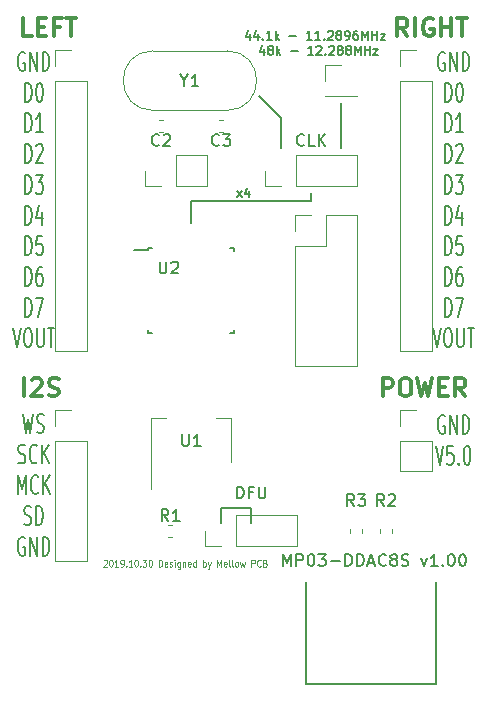
<source format=gbr>
G04 #@! TF.GenerationSoftware,KiCad,Pcbnew,(5.0.1-3-g963ef8bb5)*
G04 #@! TF.CreationDate,2019-11-01T03:39:26+09:00*
G04 #@! TF.ProjectId,DDAC8S,4444414338532E6B696361645F706362,rev?*
G04 #@! TF.SameCoordinates,Original*
G04 #@! TF.FileFunction,Legend,Top*
G04 #@! TF.FilePolarity,Positive*
%FSLAX46Y46*%
G04 Gerber Fmt 4.6, Leading zero omitted, Abs format (unit mm)*
G04 Created by KiCad (PCBNEW (5.0.1-3-g963ef8bb5)) date 2019 November 01, Friday 03:39:26*
%MOMM*%
%LPD*%
G01*
G04 APERTURE LIST*
%ADD10C,0.100000*%
%ADD11C,0.200000*%
%ADD12C,0.150000*%
%ADD13C,0.300000*%
%ADD14C,0.120000*%
G04 APERTURE END LIST*
D10*
X155147238Y-133332571D02*
X155171047Y-133304000D01*
X155218666Y-133275428D01*
X155337714Y-133275428D01*
X155385333Y-133304000D01*
X155409142Y-133332571D01*
X155432952Y-133389714D01*
X155432952Y-133446857D01*
X155409142Y-133532571D01*
X155123428Y-133875428D01*
X155432952Y-133875428D01*
X155742476Y-133275428D02*
X155790095Y-133275428D01*
X155837714Y-133304000D01*
X155861523Y-133332571D01*
X155885333Y-133389714D01*
X155909142Y-133504000D01*
X155909142Y-133646857D01*
X155885333Y-133761142D01*
X155861523Y-133818285D01*
X155837714Y-133846857D01*
X155790095Y-133875428D01*
X155742476Y-133875428D01*
X155694857Y-133846857D01*
X155671047Y-133818285D01*
X155647238Y-133761142D01*
X155623428Y-133646857D01*
X155623428Y-133504000D01*
X155647238Y-133389714D01*
X155671047Y-133332571D01*
X155694857Y-133304000D01*
X155742476Y-133275428D01*
X156385333Y-133875428D02*
X156099619Y-133875428D01*
X156242476Y-133875428D02*
X156242476Y-133275428D01*
X156194857Y-133361142D01*
X156147238Y-133418285D01*
X156099619Y-133446857D01*
X156623428Y-133875428D02*
X156718666Y-133875428D01*
X156766285Y-133846857D01*
X156790095Y-133818285D01*
X156837714Y-133732571D01*
X156861523Y-133618285D01*
X156861523Y-133389714D01*
X156837714Y-133332571D01*
X156813904Y-133304000D01*
X156766285Y-133275428D01*
X156671047Y-133275428D01*
X156623428Y-133304000D01*
X156599619Y-133332571D01*
X156575809Y-133389714D01*
X156575809Y-133532571D01*
X156599619Y-133589714D01*
X156623428Y-133618285D01*
X156671047Y-133646857D01*
X156766285Y-133646857D01*
X156813904Y-133618285D01*
X156837714Y-133589714D01*
X156861523Y-133532571D01*
X157075809Y-133818285D02*
X157099619Y-133846857D01*
X157075809Y-133875428D01*
X157052000Y-133846857D01*
X157075809Y-133818285D01*
X157075809Y-133875428D01*
X157575809Y-133875428D02*
X157290095Y-133875428D01*
X157432952Y-133875428D02*
X157432952Y-133275428D01*
X157385333Y-133361142D01*
X157337714Y-133418285D01*
X157290095Y-133446857D01*
X157885333Y-133275428D02*
X157932952Y-133275428D01*
X157980571Y-133304000D01*
X158004380Y-133332571D01*
X158028190Y-133389714D01*
X158052000Y-133504000D01*
X158052000Y-133646857D01*
X158028190Y-133761142D01*
X158004380Y-133818285D01*
X157980571Y-133846857D01*
X157932952Y-133875428D01*
X157885333Y-133875428D01*
X157837714Y-133846857D01*
X157813904Y-133818285D01*
X157790095Y-133761142D01*
X157766285Y-133646857D01*
X157766285Y-133504000D01*
X157790095Y-133389714D01*
X157813904Y-133332571D01*
X157837714Y-133304000D01*
X157885333Y-133275428D01*
X158266285Y-133818285D02*
X158290095Y-133846857D01*
X158266285Y-133875428D01*
X158242476Y-133846857D01*
X158266285Y-133818285D01*
X158266285Y-133875428D01*
X158456761Y-133275428D02*
X158766285Y-133275428D01*
X158599619Y-133504000D01*
X158671047Y-133504000D01*
X158718666Y-133532571D01*
X158742476Y-133561142D01*
X158766285Y-133618285D01*
X158766285Y-133761142D01*
X158742476Y-133818285D01*
X158718666Y-133846857D01*
X158671047Y-133875428D01*
X158528190Y-133875428D01*
X158480571Y-133846857D01*
X158456761Y-133818285D01*
X159075809Y-133275428D02*
X159123428Y-133275428D01*
X159171047Y-133304000D01*
X159194857Y-133332571D01*
X159218666Y-133389714D01*
X159242476Y-133504000D01*
X159242476Y-133646857D01*
X159218666Y-133761142D01*
X159194857Y-133818285D01*
X159171047Y-133846857D01*
X159123428Y-133875428D01*
X159075809Y-133875428D01*
X159028190Y-133846857D01*
X159004380Y-133818285D01*
X158980571Y-133761142D01*
X158956761Y-133646857D01*
X158956761Y-133504000D01*
X158980571Y-133389714D01*
X159004380Y-133332571D01*
X159028190Y-133304000D01*
X159075809Y-133275428D01*
X159837714Y-133875428D02*
X159837714Y-133275428D01*
X159956761Y-133275428D01*
X160028190Y-133304000D01*
X160075809Y-133361142D01*
X160099619Y-133418285D01*
X160123428Y-133532571D01*
X160123428Y-133618285D01*
X160099619Y-133732571D01*
X160075809Y-133789714D01*
X160028190Y-133846857D01*
X159956761Y-133875428D01*
X159837714Y-133875428D01*
X160528190Y-133846857D02*
X160480571Y-133875428D01*
X160385333Y-133875428D01*
X160337714Y-133846857D01*
X160313904Y-133789714D01*
X160313904Y-133561142D01*
X160337714Y-133504000D01*
X160385333Y-133475428D01*
X160480571Y-133475428D01*
X160528190Y-133504000D01*
X160552000Y-133561142D01*
X160552000Y-133618285D01*
X160313904Y-133675428D01*
X160742476Y-133846857D02*
X160790095Y-133875428D01*
X160885333Y-133875428D01*
X160932952Y-133846857D01*
X160956761Y-133789714D01*
X160956761Y-133761142D01*
X160932952Y-133704000D01*
X160885333Y-133675428D01*
X160813904Y-133675428D01*
X160766285Y-133646857D01*
X160742476Y-133589714D01*
X160742476Y-133561142D01*
X160766285Y-133504000D01*
X160813904Y-133475428D01*
X160885333Y-133475428D01*
X160932952Y-133504000D01*
X161171047Y-133875428D02*
X161171047Y-133475428D01*
X161171047Y-133275428D02*
X161147238Y-133304000D01*
X161171047Y-133332571D01*
X161194857Y-133304000D01*
X161171047Y-133275428D01*
X161171047Y-133332571D01*
X161623428Y-133475428D02*
X161623428Y-133961142D01*
X161599619Y-134018285D01*
X161575809Y-134046857D01*
X161528190Y-134075428D01*
X161456761Y-134075428D01*
X161409142Y-134046857D01*
X161623428Y-133846857D02*
X161575809Y-133875428D01*
X161480571Y-133875428D01*
X161432952Y-133846857D01*
X161409142Y-133818285D01*
X161385333Y-133761142D01*
X161385333Y-133589714D01*
X161409142Y-133532571D01*
X161432952Y-133504000D01*
X161480571Y-133475428D01*
X161575809Y-133475428D01*
X161623428Y-133504000D01*
X161861523Y-133475428D02*
X161861523Y-133875428D01*
X161861523Y-133532571D02*
X161885333Y-133504000D01*
X161932952Y-133475428D01*
X162004380Y-133475428D01*
X162052000Y-133504000D01*
X162075809Y-133561142D01*
X162075809Y-133875428D01*
X162504380Y-133846857D02*
X162456761Y-133875428D01*
X162361523Y-133875428D01*
X162313904Y-133846857D01*
X162290095Y-133789714D01*
X162290095Y-133561142D01*
X162313904Y-133504000D01*
X162361523Y-133475428D01*
X162456761Y-133475428D01*
X162504380Y-133504000D01*
X162528190Y-133561142D01*
X162528190Y-133618285D01*
X162290095Y-133675428D01*
X162956761Y-133875428D02*
X162956761Y-133275428D01*
X162956761Y-133846857D02*
X162909142Y-133875428D01*
X162813904Y-133875428D01*
X162766285Y-133846857D01*
X162742476Y-133818285D01*
X162718666Y-133761142D01*
X162718666Y-133589714D01*
X162742476Y-133532571D01*
X162766285Y-133504000D01*
X162813904Y-133475428D01*
X162909142Y-133475428D01*
X162956761Y-133504000D01*
X163575809Y-133875428D02*
X163575809Y-133275428D01*
X163575809Y-133504000D02*
X163623428Y-133475428D01*
X163718666Y-133475428D01*
X163766285Y-133504000D01*
X163790095Y-133532571D01*
X163813904Y-133589714D01*
X163813904Y-133761142D01*
X163790095Y-133818285D01*
X163766285Y-133846857D01*
X163718666Y-133875428D01*
X163623428Y-133875428D01*
X163575809Y-133846857D01*
X163980571Y-133475428D02*
X164099619Y-133875428D01*
X164218666Y-133475428D02*
X164099619Y-133875428D01*
X164052000Y-134018285D01*
X164028190Y-134046857D01*
X163980571Y-134075428D01*
X164790095Y-133875428D02*
X164790095Y-133275428D01*
X164956761Y-133704000D01*
X165123428Y-133275428D01*
X165123428Y-133875428D01*
X165552000Y-133846857D02*
X165504380Y-133875428D01*
X165409142Y-133875428D01*
X165361523Y-133846857D01*
X165337714Y-133789714D01*
X165337714Y-133561142D01*
X165361523Y-133504000D01*
X165409142Y-133475428D01*
X165504380Y-133475428D01*
X165552000Y-133504000D01*
X165575809Y-133561142D01*
X165575809Y-133618285D01*
X165337714Y-133675428D01*
X165861523Y-133875428D02*
X165813904Y-133846857D01*
X165790095Y-133789714D01*
X165790095Y-133275428D01*
X166123428Y-133875428D02*
X166075809Y-133846857D01*
X166052000Y-133789714D01*
X166052000Y-133275428D01*
X166385333Y-133875428D02*
X166337714Y-133846857D01*
X166313904Y-133818285D01*
X166290095Y-133761142D01*
X166290095Y-133589714D01*
X166313904Y-133532571D01*
X166337714Y-133504000D01*
X166385333Y-133475428D01*
X166456761Y-133475428D01*
X166504380Y-133504000D01*
X166528190Y-133532571D01*
X166552000Y-133589714D01*
X166552000Y-133761142D01*
X166528190Y-133818285D01*
X166504380Y-133846857D01*
X166456761Y-133875428D01*
X166385333Y-133875428D01*
X166718666Y-133475428D02*
X166813904Y-133875428D01*
X166909142Y-133589714D01*
X167004380Y-133875428D01*
X167099619Y-133475428D01*
X167671047Y-133875428D02*
X167671047Y-133275428D01*
X167861523Y-133275428D01*
X167909142Y-133304000D01*
X167932952Y-133332571D01*
X167956761Y-133389714D01*
X167956761Y-133475428D01*
X167932952Y-133532571D01*
X167909142Y-133561142D01*
X167861523Y-133589714D01*
X167671047Y-133589714D01*
X168456761Y-133818285D02*
X168432952Y-133846857D01*
X168361523Y-133875428D01*
X168313904Y-133875428D01*
X168242476Y-133846857D01*
X168194857Y-133789714D01*
X168171047Y-133732571D01*
X168147238Y-133618285D01*
X168147238Y-133532571D01*
X168171047Y-133418285D01*
X168194857Y-133361142D01*
X168242476Y-133304000D01*
X168313904Y-133275428D01*
X168361523Y-133275428D01*
X168432952Y-133304000D01*
X168456761Y-133332571D01*
X168837714Y-133561142D02*
X168909142Y-133589714D01*
X168932952Y-133618285D01*
X168956761Y-133675428D01*
X168956761Y-133761142D01*
X168932952Y-133818285D01*
X168909142Y-133846857D01*
X168861523Y-133875428D01*
X168671047Y-133875428D01*
X168671047Y-133275428D01*
X168837714Y-133275428D01*
X168885333Y-133304000D01*
X168909142Y-133332571D01*
X168932952Y-133389714D01*
X168932952Y-133446857D01*
X168909142Y-133504000D01*
X168885333Y-133532571D01*
X168837714Y-133561142D01*
X168671047Y-133561142D01*
D11*
X170339714Y-133802380D02*
X170339714Y-132802380D01*
X170673047Y-133516666D01*
X171006380Y-132802380D01*
X171006380Y-133802380D01*
X171482571Y-133802380D02*
X171482571Y-132802380D01*
X171863523Y-132802380D01*
X171958761Y-132850000D01*
X172006380Y-132897619D01*
X172054000Y-132992857D01*
X172054000Y-133135714D01*
X172006380Y-133230952D01*
X171958761Y-133278571D01*
X171863523Y-133326190D01*
X171482571Y-133326190D01*
X172673047Y-132802380D02*
X172768285Y-132802380D01*
X172863523Y-132850000D01*
X172911142Y-132897619D01*
X172958761Y-132992857D01*
X173006380Y-133183333D01*
X173006380Y-133421428D01*
X172958761Y-133611904D01*
X172911142Y-133707142D01*
X172863523Y-133754761D01*
X172768285Y-133802380D01*
X172673047Y-133802380D01*
X172577809Y-133754761D01*
X172530190Y-133707142D01*
X172482571Y-133611904D01*
X172434952Y-133421428D01*
X172434952Y-133183333D01*
X172482571Y-132992857D01*
X172530190Y-132897619D01*
X172577809Y-132850000D01*
X172673047Y-132802380D01*
X173339714Y-132802380D02*
X173958761Y-132802380D01*
X173625428Y-133183333D01*
X173768285Y-133183333D01*
X173863523Y-133230952D01*
X173911142Y-133278571D01*
X173958761Y-133373809D01*
X173958761Y-133611904D01*
X173911142Y-133707142D01*
X173863523Y-133754761D01*
X173768285Y-133802380D01*
X173482571Y-133802380D01*
X173387333Y-133754761D01*
X173339714Y-133707142D01*
X174387333Y-133421428D02*
X175149238Y-133421428D01*
X175625428Y-133802380D02*
X175625428Y-132802380D01*
X175863523Y-132802380D01*
X176006380Y-132850000D01*
X176101619Y-132945238D01*
X176149238Y-133040476D01*
X176196857Y-133230952D01*
X176196857Y-133373809D01*
X176149238Y-133564285D01*
X176101619Y-133659523D01*
X176006380Y-133754761D01*
X175863523Y-133802380D01*
X175625428Y-133802380D01*
X176625428Y-133802380D02*
X176625428Y-132802380D01*
X176863523Y-132802380D01*
X177006380Y-132850000D01*
X177101619Y-132945238D01*
X177149238Y-133040476D01*
X177196857Y-133230952D01*
X177196857Y-133373809D01*
X177149238Y-133564285D01*
X177101619Y-133659523D01*
X177006380Y-133754761D01*
X176863523Y-133802380D01*
X176625428Y-133802380D01*
X177577809Y-133516666D02*
X178054000Y-133516666D01*
X177482571Y-133802380D02*
X177815904Y-132802380D01*
X178149238Y-133802380D01*
X179054000Y-133707142D02*
X179006380Y-133754761D01*
X178863523Y-133802380D01*
X178768285Y-133802380D01*
X178625428Y-133754761D01*
X178530190Y-133659523D01*
X178482571Y-133564285D01*
X178434952Y-133373809D01*
X178434952Y-133230952D01*
X178482571Y-133040476D01*
X178530190Y-132945238D01*
X178625428Y-132850000D01*
X178768285Y-132802380D01*
X178863523Y-132802380D01*
X179006380Y-132850000D01*
X179054000Y-132897619D01*
X179625428Y-133230952D02*
X179530190Y-133183333D01*
X179482571Y-133135714D01*
X179434952Y-133040476D01*
X179434952Y-132992857D01*
X179482571Y-132897619D01*
X179530190Y-132850000D01*
X179625428Y-132802380D01*
X179815904Y-132802380D01*
X179911142Y-132850000D01*
X179958761Y-132897619D01*
X180006380Y-132992857D01*
X180006380Y-133040476D01*
X179958761Y-133135714D01*
X179911142Y-133183333D01*
X179815904Y-133230952D01*
X179625428Y-133230952D01*
X179530190Y-133278571D01*
X179482571Y-133326190D01*
X179434952Y-133421428D01*
X179434952Y-133611904D01*
X179482571Y-133707142D01*
X179530190Y-133754761D01*
X179625428Y-133802380D01*
X179815904Y-133802380D01*
X179911142Y-133754761D01*
X179958761Y-133707142D01*
X180006380Y-133611904D01*
X180006380Y-133421428D01*
X179958761Y-133326190D01*
X179911142Y-133278571D01*
X179815904Y-133230952D01*
X180387333Y-133754761D02*
X180530190Y-133802380D01*
X180768285Y-133802380D01*
X180863523Y-133754761D01*
X180911142Y-133707142D01*
X180958761Y-133611904D01*
X180958761Y-133516666D01*
X180911142Y-133421428D01*
X180863523Y-133373809D01*
X180768285Y-133326190D01*
X180577809Y-133278571D01*
X180482571Y-133230952D01*
X180434952Y-133183333D01*
X180387333Y-133088095D01*
X180387333Y-132992857D01*
X180434952Y-132897619D01*
X180482571Y-132850000D01*
X180577809Y-132802380D01*
X180815904Y-132802380D01*
X180958761Y-132850000D01*
X182054000Y-133135714D02*
X182292095Y-133802380D01*
X182530190Y-133135714D01*
X183434952Y-133802380D02*
X182863523Y-133802380D01*
X183149238Y-133802380D02*
X183149238Y-132802380D01*
X183054000Y-132945238D01*
X182958761Y-133040476D01*
X182863523Y-133088095D01*
X183863523Y-133707142D02*
X183911142Y-133754761D01*
X183863523Y-133802380D01*
X183815904Y-133754761D01*
X183863523Y-133707142D01*
X183863523Y-133802380D01*
X184530190Y-132802380D02*
X184625428Y-132802380D01*
X184720666Y-132850000D01*
X184768285Y-132897619D01*
X184815904Y-132992857D01*
X184863523Y-133183333D01*
X184863523Y-133421428D01*
X184815904Y-133611904D01*
X184768285Y-133707142D01*
X184720666Y-133754761D01*
X184625428Y-133802380D01*
X184530190Y-133802380D01*
X184434952Y-133754761D01*
X184387333Y-133707142D01*
X184339714Y-133611904D01*
X184292095Y-133421428D01*
X184292095Y-133183333D01*
X184339714Y-132992857D01*
X184387333Y-132897619D01*
X184434952Y-132850000D01*
X184530190Y-132802380D01*
X185482571Y-132802380D02*
X185577809Y-132802380D01*
X185673047Y-132850000D01*
X185720666Y-132897619D01*
X185768285Y-132992857D01*
X185815904Y-133183333D01*
X185815904Y-133421428D01*
X185768285Y-133611904D01*
X185720666Y-133707142D01*
X185673047Y-133754761D01*
X185577809Y-133802380D01*
X185482571Y-133802380D01*
X185387333Y-133754761D01*
X185339714Y-133707142D01*
X185292095Y-133611904D01*
X185244476Y-133421428D01*
X185244476Y-133183333D01*
X185292095Y-132992857D01*
X185339714Y-132897619D01*
X185387333Y-132850000D01*
X185482571Y-132802380D01*
D12*
X166451428Y-102574285D02*
X166844285Y-102074285D01*
X166451428Y-102074285D02*
X166844285Y-102574285D01*
X167451428Y-102074285D02*
X167451428Y-102574285D01*
X167272857Y-101788571D02*
X167094285Y-102324285D01*
X167558571Y-102324285D01*
D11*
X167640000Y-128905000D02*
X167640000Y-130175000D01*
X165100000Y-128905000D02*
X167640000Y-128905000D01*
X165100000Y-130175000D02*
X165100000Y-128905000D01*
X166425714Y-128087380D02*
X166425714Y-127087380D01*
X166663809Y-127087380D01*
X166806666Y-127135000D01*
X166901904Y-127230238D01*
X166949523Y-127325476D01*
X166997142Y-127515952D01*
X166997142Y-127658809D01*
X166949523Y-127849285D01*
X166901904Y-127944523D01*
X166806666Y-128039761D01*
X166663809Y-128087380D01*
X166425714Y-128087380D01*
X167759047Y-127563571D02*
X167425714Y-127563571D01*
X167425714Y-128087380D02*
X167425714Y-127087380D01*
X167901904Y-127087380D01*
X168282857Y-127087380D02*
X168282857Y-127896904D01*
X168330476Y-127992142D01*
X168378095Y-128039761D01*
X168473333Y-128087380D01*
X168663809Y-128087380D01*
X168759047Y-128039761D01*
X168806666Y-127992142D01*
X168854285Y-127896904D01*
X168854285Y-127087380D01*
D12*
X167533571Y-88736785D02*
X167533571Y-89236785D01*
X167355000Y-88451071D02*
X167176428Y-88986785D01*
X167640714Y-88986785D01*
X168247857Y-88736785D02*
X168247857Y-89236785D01*
X168069285Y-88451071D02*
X167890714Y-88986785D01*
X168355000Y-88986785D01*
X168640714Y-89165357D02*
X168676428Y-89201071D01*
X168640714Y-89236785D01*
X168605000Y-89201071D01*
X168640714Y-89165357D01*
X168640714Y-89236785D01*
X169390714Y-89236785D02*
X168962142Y-89236785D01*
X169176428Y-89236785D02*
X169176428Y-88486785D01*
X169105000Y-88593928D01*
X169033571Y-88665357D01*
X168962142Y-88701071D01*
X169712142Y-89236785D02*
X169712142Y-88486785D01*
X169783571Y-88951071D02*
X169997857Y-89236785D01*
X169997857Y-88736785D02*
X169712142Y-89022500D01*
X170890714Y-88951071D02*
X171462142Y-88951071D01*
X172783571Y-89236785D02*
X172355000Y-89236785D01*
X172569285Y-89236785D02*
X172569285Y-88486785D01*
X172497857Y-88593928D01*
X172426428Y-88665357D01*
X172355000Y-88701071D01*
X173497857Y-89236785D02*
X173069285Y-89236785D01*
X173283571Y-89236785D02*
X173283571Y-88486785D01*
X173212142Y-88593928D01*
X173140714Y-88665357D01*
X173069285Y-88701071D01*
X173819285Y-89165357D02*
X173855000Y-89201071D01*
X173819285Y-89236785D01*
X173783571Y-89201071D01*
X173819285Y-89165357D01*
X173819285Y-89236785D01*
X174140714Y-88558214D02*
X174176428Y-88522500D01*
X174247857Y-88486785D01*
X174426428Y-88486785D01*
X174497857Y-88522500D01*
X174533571Y-88558214D01*
X174569285Y-88629642D01*
X174569285Y-88701071D01*
X174533571Y-88808214D01*
X174105000Y-89236785D01*
X174569285Y-89236785D01*
X174997857Y-88808214D02*
X174926428Y-88772500D01*
X174890714Y-88736785D01*
X174855000Y-88665357D01*
X174855000Y-88629642D01*
X174890714Y-88558214D01*
X174926428Y-88522500D01*
X174997857Y-88486785D01*
X175140714Y-88486785D01*
X175212142Y-88522500D01*
X175247857Y-88558214D01*
X175283571Y-88629642D01*
X175283571Y-88665357D01*
X175247857Y-88736785D01*
X175212142Y-88772500D01*
X175140714Y-88808214D01*
X174997857Y-88808214D01*
X174926428Y-88843928D01*
X174890714Y-88879642D01*
X174855000Y-88951071D01*
X174855000Y-89093928D01*
X174890714Y-89165357D01*
X174926428Y-89201071D01*
X174997857Y-89236785D01*
X175140714Y-89236785D01*
X175212142Y-89201071D01*
X175247857Y-89165357D01*
X175283571Y-89093928D01*
X175283571Y-88951071D01*
X175247857Y-88879642D01*
X175212142Y-88843928D01*
X175140714Y-88808214D01*
X175640714Y-89236785D02*
X175783571Y-89236785D01*
X175855000Y-89201071D01*
X175890714Y-89165357D01*
X175962142Y-89058214D01*
X175997857Y-88915357D01*
X175997857Y-88629642D01*
X175962142Y-88558214D01*
X175926428Y-88522500D01*
X175855000Y-88486785D01*
X175712142Y-88486785D01*
X175640714Y-88522500D01*
X175605000Y-88558214D01*
X175569285Y-88629642D01*
X175569285Y-88808214D01*
X175605000Y-88879642D01*
X175640714Y-88915357D01*
X175712142Y-88951071D01*
X175855000Y-88951071D01*
X175926428Y-88915357D01*
X175962142Y-88879642D01*
X175997857Y-88808214D01*
X176640714Y-88486785D02*
X176497857Y-88486785D01*
X176426428Y-88522500D01*
X176390714Y-88558214D01*
X176319285Y-88665357D01*
X176283571Y-88808214D01*
X176283571Y-89093928D01*
X176319285Y-89165357D01*
X176355000Y-89201071D01*
X176426428Y-89236785D01*
X176569285Y-89236785D01*
X176640714Y-89201071D01*
X176676428Y-89165357D01*
X176712142Y-89093928D01*
X176712142Y-88915357D01*
X176676428Y-88843928D01*
X176640714Y-88808214D01*
X176569285Y-88772500D01*
X176426428Y-88772500D01*
X176355000Y-88808214D01*
X176319285Y-88843928D01*
X176283571Y-88915357D01*
X177033571Y-89236785D02*
X177033571Y-88486785D01*
X177283571Y-89022500D01*
X177533571Y-88486785D01*
X177533571Y-89236785D01*
X177890714Y-89236785D02*
X177890714Y-88486785D01*
X177890714Y-88843928D02*
X178319285Y-88843928D01*
X178319285Y-89236785D02*
X178319285Y-88486785D01*
X178605000Y-88736785D02*
X178997857Y-88736785D01*
X178605000Y-89236785D01*
X178997857Y-89236785D01*
X168712142Y-90011785D02*
X168712142Y-90511785D01*
X168533571Y-89726071D02*
X168355000Y-90261785D01*
X168819285Y-90261785D01*
X169212142Y-90083214D02*
X169140714Y-90047500D01*
X169105000Y-90011785D01*
X169069285Y-89940357D01*
X169069285Y-89904642D01*
X169105000Y-89833214D01*
X169140714Y-89797500D01*
X169212142Y-89761785D01*
X169355000Y-89761785D01*
X169426428Y-89797500D01*
X169462142Y-89833214D01*
X169497857Y-89904642D01*
X169497857Y-89940357D01*
X169462142Y-90011785D01*
X169426428Y-90047500D01*
X169355000Y-90083214D01*
X169212142Y-90083214D01*
X169140714Y-90118928D01*
X169105000Y-90154642D01*
X169069285Y-90226071D01*
X169069285Y-90368928D01*
X169105000Y-90440357D01*
X169140714Y-90476071D01*
X169212142Y-90511785D01*
X169355000Y-90511785D01*
X169426428Y-90476071D01*
X169462142Y-90440357D01*
X169497857Y-90368928D01*
X169497857Y-90226071D01*
X169462142Y-90154642D01*
X169426428Y-90118928D01*
X169355000Y-90083214D01*
X169819285Y-90511785D02*
X169819285Y-89761785D01*
X169890714Y-90226071D02*
X170105000Y-90511785D01*
X170105000Y-90011785D02*
X169819285Y-90297500D01*
X170997857Y-90226071D02*
X171569285Y-90226071D01*
X172890714Y-90511785D02*
X172462142Y-90511785D01*
X172676428Y-90511785D02*
X172676428Y-89761785D01*
X172605000Y-89868928D01*
X172533571Y-89940357D01*
X172462142Y-89976071D01*
X173176428Y-89833214D02*
X173212142Y-89797500D01*
X173283571Y-89761785D01*
X173462142Y-89761785D01*
X173533571Y-89797500D01*
X173569285Y-89833214D01*
X173605000Y-89904642D01*
X173605000Y-89976071D01*
X173569285Y-90083214D01*
X173140714Y-90511785D01*
X173605000Y-90511785D01*
X173926428Y-90440357D02*
X173962142Y-90476071D01*
X173926428Y-90511785D01*
X173890714Y-90476071D01*
X173926428Y-90440357D01*
X173926428Y-90511785D01*
X174247857Y-89833214D02*
X174283571Y-89797500D01*
X174355000Y-89761785D01*
X174533571Y-89761785D01*
X174605000Y-89797500D01*
X174640714Y-89833214D01*
X174676428Y-89904642D01*
X174676428Y-89976071D01*
X174640714Y-90083214D01*
X174212142Y-90511785D01*
X174676428Y-90511785D01*
X175105000Y-90083214D02*
X175033571Y-90047500D01*
X174997857Y-90011785D01*
X174962142Y-89940357D01*
X174962142Y-89904642D01*
X174997857Y-89833214D01*
X175033571Y-89797500D01*
X175105000Y-89761785D01*
X175247857Y-89761785D01*
X175319285Y-89797500D01*
X175355000Y-89833214D01*
X175390714Y-89904642D01*
X175390714Y-89940357D01*
X175355000Y-90011785D01*
X175319285Y-90047500D01*
X175247857Y-90083214D01*
X175105000Y-90083214D01*
X175033571Y-90118928D01*
X174997857Y-90154642D01*
X174962142Y-90226071D01*
X174962142Y-90368928D01*
X174997857Y-90440357D01*
X175033571Y-90476071D01*
X175105000Y-90511785D01*
X175247857Y-90511785D01*
X175319285Y-90476071D01*
X175355000Y-90440357D01*
X175390714Y-90368928D01*
X175390714Y-90226071D01*
X175355000Y-90154642D01*
X175319285Y-90118928D01*
X175247857Y-90083214D01*
X175819285Y-90083214D02*
X175747857Y-90047500D01*
X175712142Y-90011785D01*
X175676428Y-89940357D01*
X175676428Y-89904642D01*
X175712142Y-89833214D01*
X175747857Y-89797500D01*
X175819285Y-89761785D01*
X175962142Y-89761785D01*
X176033571Y-89797500D01*
X176069285Y-89833214D01*
X176105000Y-89904642D01*
X176105000Y-89940357D01*
X176069285Y-90011785D01*
X176033571Y-90047500D01*
X175962142Y-90083214D01*
X175819285Y-90083214D01*
X175747857Y-90118928D01*
X175712142Y-90154642D01*
X175676428Y-90226071D01*
X175676428Y-90368928D01*
X175712142Y-90440357D01*
X175747857Y-90476071D01*
X175819285Y-90511785D01*
X175962142Y-90511785D01*
X176033571Y-90476071D01*
X176069285Y-90440357D01*
X176105000Y-90368928D01*
X176105000Y-90226071D01*
X176069285Y-90154642D01*
X176033571Y-90118928D01*
X175962142Y-90083214D01*
X176426428Y-90511785D02*
X176426428Y-89761785D01*
X176676428Y-90297500D01*
X176926428Y-89761785D01*
X176926428Y-90511785D01*
X177283571Y-90511785D02*
X177283571Y-89761785D01*
X177283571Y-90118928D02*
X177712142Y-90118928D01*
X177712142Y-90511785D02*
X177712142Y-89761785D01*
X177997857Y-90011785D02*
X178390714Y-90011785D01*
X177997857Y-90511785D01*
X178390714Y-90511785D01*
D11*
X162560000Y-102870000D02*
X162560000Y-104775000D01*
X172720000Y-102870000D02*
X162560000Y-102870000D01*
X172720000Y-102235000D02*
X172720000Y-102870000D01*
X170180000Y-95885000D02*
X168275000Y-93980000D01*
X170180000Y-98425000D02*
X170180000Y-95885000D01*
X175260000Y-94615000D02*
X175260000Y-98425000D01*
X172124761Y-98147142D02*
X172077142Y-98194761D01*
X171934285Y-98242380D01*
X171839047Y-98242380D01*
X171696190Y-98194761D01*
X171600952Y-98099523D01*
X171553333Y-98004285D01*
X171505714Y-97813809D01*
X171505714Y-97670952D01*
X171553333Y-97480476D01*
X171600952Y-97385238D01*
X171696190Y-97290000D01*
X171839047Y-97242380D01*
X171934285Y-97242380D01*
X172077142Y-97290000D01*
X172124761Y-97337619D01*
X173029523Y-98242380D02*
X172553333Y-98242380D01*
X172553333Y-97242380D01*
X173362857Y-98242380D02*
X173362857Y-97242380D01*
X173934285Y-98242380D02*
X173505714Y-97670952D01*
X173934285Y-97242380D02*
X173362857Y-97813809D01*
X148320238Y-120923809D02*
X148558333Y-122523809D01*
X148748809Y-121380952D01*
X148939285Y-122523809D01*
X149177380Y-120923809D01*
X149510714Y-122447619D02*
X149653571Y-122523809D01*
X149891666Y-122523809D01*
X149986904Y-122447619D01*
X150034523Y-122371428D01*
X150082142Y-122219047D01*
X150082142Y-122066666D01*
X150034523Y-121914285D01*
X149986904Y-121838095D01*
X149891666Y-121761904D01*
X149701190Y-121685714D01*
X149605952Y-121609523D01*
X149558333Y-121533333D01*
X149510714Y-121380952D01*
X149510714Y-121228571D01*
X149558333Y-121076190D01*
X149605952Y-121000000D01*
X149701190Y-120923809D01*
X149939285Y-120923809D01*
X150082142Y-121000000D01*
X147939285Y-125047619D02*
X148082142Y-125123809D01*
X148320238Y-125123809D01*
X148415476Y-125047619D01*
X148463095Y-124971428D01*
X148510714Y-124819047D01*
X148510714Y-124666666D01*
X148463095Y-124514285D01*
X148415476Y-124438095D01*
X148320238Y-124361904D01*
X148129761Y-124285714D01*
X148034523Y-124209523D01*
X147986904Y-124133333D01*
X147939285Y-123980952D01*
X147939285Y-123828571D01*
X147986904Y-123676190D01*
X148034523Y-123600000D01*
X148129761Y-123523809D01*
X148367857Y-123523809D01*
X148510714Y-123600000D01*
X149510714Y-124971428D02*
X149463095Y-125047619D01*
X149320238Y-125123809D01*
X149225000Y-125123809D01*
X149082142Y-125047619D01*
X148986904Y-124895238D01*
X148939285Y-124742857D01*
X148891666Y-124438095D01*
X148891666Y-124209523D01*
X148939285Y-123904761D01*
X148986904Y-123752380D01*
X149082142Y-123600000D01*
X149225000Y-123523809D01*
X149320238Y-123523809D01*
X149463095Y-123600000D01*
X149510714Y-123676190D01*
X149939285Y-125123809D02*
X149939285Y-123523809D01*
X150510714Y-125123809D02*
X150082142Y-124209523D01*
X150510714Y-123523809D02*
X149939285Y-124438095D01*
X147891666Y-127723809D02*
X147891666Y-126123809D01*
X148225000Y-127266666D01*
X148558333Y-126123809D01*
X148558333Y-127723809D01*
X149605952Y-127571428D02*
X149558333Y-127647619D01*
X149415476Y-127723809D01*
X149320238Y-127723809D01*
X149177380Y-127647619D01*
X149082142Y-127495238D01*
X149034523Y-127342857D01*
X148986904Y-127038095D01*
X148986904Y-126809523D01*
X149034523Y-126504761D01*
X149082142Y-126352380D01*
X149177380Y-126200000D01*
X149320238Y-126123809D01*
X149415476Y-126123809D01*
X149558333Y-126200000D01*
X149605952Y-126276190D01*
X150034523Y-127723809D02*
X150034523Y-126123809D01*
X150605952Y-127723809D02*
X150177380Y-126809523D01*
X150605952Y-126123809D02*
X150034523Y-127038095D01*
X148439285Y-130247619D02*
X148582142Y-130323809D01*
X148820238Y-130323809D01*
X148915476Y-130247619D01*
X148963095Y-130171428D01*
X149010714Y-130019047D01*
X149010714Y-129866666D01*
X148963095Y-129714285D01*
X148915476Y-129638095D01*
X148820238Y-129561904D01*
X148629761Y-129485714D01*
X148534523Y-129409523D01*
X148486904Y-129333333D01*
X148439285Y-129180952D01*
X148439285Y-129028571D01*
X148486904Y-128876190D01*
X148534523Y-128800000D01*
X148629761Y-128723809D01*
X148867857Y-128723809D01*
X149010714Y-128800000D01*
X149439285Y-130323809D02*
X149439285Y-128723809D01*
X149677380Y-128723809D01*
X149820238Y-128800000D01*
X149915476Y-128952380D01*
X149963095Y-129104761D01*
X150010714Y-129409523D01*
X150010714Y-129638095D01*
X149963095Y-129942857D01*
X149915476Y-130095238D01*
X149820238Y-130247619D01*
X149677380Y-130323809D01*
X149439285Y-130323809D01*
X148463095Y-131400000D02*
X148367857Y-131323809D01*
X148225000Y-131323809D01*
X148082142Y-131400000D01*
X147986904Y-131552380D01*
X147939285Y-131704761D01*
X147891666Y-132009523D01*
X147891666Y-132238095D01*
X147939285Y-132542857D01*
X147986904Y-132695238D01*
X148082142Y-132847619D01*
X148225000Y-132923809D01*
X148320238Y-132923809D01*
X148463095Y-132847619D01*
X148510714Y-132771428D01*
X148510714Y-132238095D01*
X148320238Y-132238095D01*
X148939285Y-132923809D02*
X148939285Y-131323809D01*
X149510714Y-132923809D01*
X149510714Y-131323809D01*
X149986904Y-132923809D02*
X149986904Y-131323809D01*
X150225000Y-131323809D01*
X150367857Y-131400000D01*
X150463095Y-131552380D01*
X150510714Y-131704761D01*
X150558333Y-132009523D01*
X150558333Y-132238095D01*
X150510714Y-132542857D01*
X150463095Y-132695238D01*
X150367857Y-132847619D01*
X150225000Y-132923809D01*
X149986904Y-132923809D01*
D13*
X148431428Y-119423571D02*
X148431428Y-117923571D01*
X149074285Y-118066428D02*
X149145714Y-117995000D01*
X149288571Y-117923571D01*
X149645714Y-117923571D01*
X149788571Y-117995000D01*
X149860000Y-118066428D01*
X149931428Y-118209285D01*
X149931428Y-118352142D01*
X149860000Y-118566428D01*
X149002857Y-119423571D01*
X149931428Y-119423571D01*
X150502857Y-119352142D02*
X150717142Y-119423571D01*
X151074285Y-119423571D01*
X151217142Y-119352142D01*
X151288571Y-119280714D01*
X151360000Y-119137857D01*
X151360000Y-118995000D01*
X151288571Y-118852142D01*
X151217142Y-118780714D01*
X151074285Y-118709285D01*
X150788571Y-118637857D01*
X150645714Y-118566428D01*
X150574285Y-118495000D01*
X150502857Y-118352142D01*
X150502857Y-118209285D01*
X150574285Y-118066428D01*
X150645714Y-117995000D01*
X150788571Y-117923571D01*
X151145714Y-117923571D01*
X151360000Y-117995000D01*
D11*
X184023095Y-121090000D02*
X183927857Y-121013809D01*
X183785000Y-121013809D01*
X183642142Y-121090000D01*
X183546904Y-121242380D01*
X183499285Y-121394761D01*
X183451666Y-121699523D01*
X183451666Y-121928095D01*
X183499285Y-122232857D01*
X183546904Y-122385238D01*
X183642142Y-122537619D01*
X183785000Y-122613809D01*
X183880238Y-122613809D01*
X184023095Y-122537619D01*
X184070714Y-122461428D01*
X184070714Y-121928095D01*
X183880238Y-121928095D01*
X184499285Y-122613809D02*
X184499285Y-121013809D01*
X185070714Y-122613809D01*
X185070714Y-121013809D01*
X185546904Y-122613809D02*
X185546904Y-121013809D01*
X185785000Y-121013809D01*
X185927857Y-121090000D01*
X186023095Y-121242380D01*
X186070714Y-121394761D01*
X186118333Y-121699523D01*
X186118333Y-121928095D01*
X186070714Y-122232857D01*
X186023095Y-122385238D01*
X185927857Y-122537619D01*
X185785000Y-122613809D01*
X185546904Y-122613809D01*
X183261190Y-123613809D02*
X183594523Y-125213809D01*
X183927857Y-123613809D01*
X184737380Y-123613809D02*
X184261190Y-123613809D01*
X184213571Y-124375714D01*
X184261190Y-124299523D01*
X184356428Y-124223333D01*
X184594523Y-124223333D01*
X184689761Y-124299523D01*
X184737380Y-124375714D01*
X184785000Y-124528095D01*
X184785000Y-124909047D01*
X184737380Y-125061428D01*
X184689761Y-125137619D01*
X184594523Y-125213809D01*
X184356428Y-125213809D01*
X184261190Y-125137619D01*
X184213571Y-125061428D01*
X185213571Y-125061428D02*
X185261190Y-125137619D01*
X185213571Y-125213809D01*
X185165952Y-125137619D01*
X185213571Y-125061428D01*
X185213571Y-125213809D01*
X185880238Y-123613809D02*
X185975476Y-123613809D01*
X186070714Y-123690000D01*
X186118333Y-123766190D01*
X186165952Y-123918571D01*
X186213571Y-124223333D01*
X186213571Y-124604285D01*
X186165952Y-124909047D01*
X186118333Y-125061428D01*
X186070714Y-125137619D01*
X185975476Y-125213809D01*
X185880238Y-125213809D01*
X185785000Y-125137619D01*
X185737380Y-125061428D01*
X185689761Y-124909047D01*
X185642142Y-124604285D01*
X185642142Y-124223333D01*
X185689761Y-123918571D01*
X185737380Y-123766190D01*
X185785000Y-123690000D01*
X185880238Y-123613809D01*
D13*
X178780714Y-119423571D02*
X178780714Y-117923571D01*
X179352142Y-117923571D01*
X179495000Y-117995000D01*
X179566428Y-118066428D01*
X179637857Y-118209285D01*
X179637857Y-118423571D01*
X179566428Y-118566428D01*
X179495000Y-118637857D01*
X179352142Y-118709285D01*
X178780714Y-118709285D01*
X180566428Y-117923571D02*
X180852142Y-117923571D01*
X180995000Y-117995000D01*
X181137857Y-118137857D01*
X181209285Y-118423571D01*
X181209285Y-118923571D01*
X181137857Y-119209285D01*
X180995000Y-119352142D01*
X180852142Y-119423571D01*
X180566428Y-119423571D01*
X180423571Y-119352142D01*
X180280714Y-119209285D01*
X180209285Y-118923571D01*
X180209285Y-118423571D01*
X180280714Y-118137857D01*
X180423571Y-117995000D01*
X180566428Y-117923571D01*
X181709285Y-117923571D02*
X182066428Y-119423571D01*
X182352142Y-118352142D01*
X182637857Y-119423571D01*
X182995000Y-117923571D01*
X183566428Y-118637857D02*
X184066428Y-118637857D01*
X184280714Y-119423571D02*
X183566428Y-119423571D01*
X183566428Y-117923571D01*
X184280714Y-117923571D01*
X185780714Y-119423571D02*
X185280714Y-118709285D01*
X184923571Y-119423571D02*
X184923571Y-117923571D01*
X185495000Y-117923571D01*
X185637857Y-117995000D01*
X185709285Y-118066428D01*
X185780714Y-118209285D01*
X185780714Y-118423571D01*
X185709285Y-118566428D01*
X185637857Y-118637857D01*
X185495000Y-118709285D01*
X184923571Y-118709285D01*
X180880000Y-88943571D02*
X180380000Y-88229285D01*
X180022857Y-88943571D02*
X180022857Y-87443571D01*
X180594285Y-87443571D01*
X180737142Y-87515000D01*
X180808571Y-87586428D01*
X180880000Y-87729285D01*
X180880000Y-87943571D01*
X180808571Y-88086428D01*
X180737142Y-88157857D01*
X180594285Y-88229285D01*
X180022857Y-88229285D01*
X181522857Y-88943571D02*
X181522857Y-87443571D01*
X183022857Y-87515000D02*
X182880000Y-87443571D01*
X182665714Y-87443571D01*
X182451428Y-87515000D01*
X182308571Y-87657857D01*
X182237142Y-87800714D01*
X182165714Y-88086428D01*
X182165714Y-88300714D01*
X182237142Y-88586428D01*
X182308571Y-88729285D01*
X182451428Y-88872142D01*
X182665714Y-88943571D01*
X182808571Y-88943571D01*
X183022857Y-88872142D01*
X183094285Y-88800714D01*
X183094285Y-88300714D01*
X182808571Y-88300714D01*
X183737142Y-88943571D02*
X183737142Y-87443571D01*
X183737142Y-88157857D02*
X184594285Y-88157857D01*
X184594285Y-88943571D02*
X184594285Y-87443571D01*
X185094285Y-87443571D02*
X185951428Y-87443571D01*
X185522857Y-88943571D02*
X185522857Y-87443571D01*
X149066428Y-88943571D02*
X148352142Y-88943571D01*
X148352142Y-87443571D01*
X149566428Y-88157857D02*
X150066428Y-88157857D01*
X150280714Y-88943571D02*
X149566428Y-88943571D01*
X149566428Y-87443571D01*
X150280714Y-87443571D01*
X151423571Y-88157857D02*
X150923571Y-88157857D01*
X150923571Y-88943571D02*
X150923571Y-87443571D01*
X151637857Y-87443571D01*
X151995000Y-87443571D02*
X152852142Y-87443571D01*
X152423571Y-88943571D02*
X152423571Y-87443571D01*
D11*
X184023095Y-90370000D02*
X183927857Y-90293809D01*
X183785000Y-90293809D01*
X183642142Y-90370000D01*
X183546904Y-90522380D01*
X183499285Y-90674761D01*
X183451666Y-90979523D01*
X183451666Y-91208095D01*
X183499285Y-91512857D01*
X183546904Y-91665238D01*
X183642142Y-91817619D01*
X183785000Y-91893809D01*
X183880238Y-91893809D01*
X184023095Y-91817619D01*
X184070714Y-91741428D01*
X184070714Y-91208095D01*
X183880238Y-91208095D01*
X184499285Y-91893809D02*
X184499285Y-90293809D01*
X185070714Y-91893809D01*
X185070714Y-90293809D01*
X185546904Y-91893809D02*
X185546904Y-90293809D01*
X185785000Y-90293809D01*
X185927857Y-90370000D01*
X186023095Y-90522380D01*
X186070714Y-90674761D01*
X186118333Y-90979523D01*
X186118333Y-91208095D01*
X186070714Y-91512857D01*
X186023095Y-91665238D01*
X185927857Y-91817619D01*
X185785000Y-91893809D01*
X185546904Y-91893809D01*
X184046904Y-94493809D02*
X184046904Y-92893809D01*
X184285000Y-92893809D01*
X184427857Y-92970000D01*
X184523095Y-93122380D01*
X184570714Y-93274761D01*
X184618333Y-93579523D01*
X184618333Y-93808095D01*
X184570714Y-94112857D01*
X184523095Y-94265238D01*
X184427857Y-94417619D01*
X184285000Y-94493809D01*
X184046904Y-94493809D01*
X185237380Y-92893809D02*
X185332619Y-92893809D01*
X185427857Y-92970000D01*
X185475476Y-93046190D01*
X185523095Y-93198571D01*
X185570714Y-93503333D01*
X185570714Y-93884285D01*
X185523095Y-94189047D01*
X185475476Y-94341428D01*
X185427857Y-94417619D01*
X185332619Y-94493809D01*
X185237380Y-94493809D01*
X185142142Y-94417619D01*
X185094523Y-94341428D01*
X185046904Y-94189047D01*
X184999285Y-93884285D01*
X184999285Y-93503333D01*
X185046904Y-93198571D01*
X185094523Y-93046190D01*
X185142142Y-92970000D01*
X185237380Y-92893809D01*
X184046904Y-97093809D02*
X184046904Y-95493809D01*
X184285000Y-95493809D01*
X184427857Y-95570000D01*
X184523095Y-95722380D01*
X184570714Y-95874761D01*
X184618333Y-96179523D01*
X184618333Y-96408095D01*
X184570714Y-96712857D01*
X184523095Y-96865238D01*
X184427857Y-97017619D01*
X184285000Y-97093809D01*
X184046904Y-97093809D01*
X185570714Y-97093809D02*
X184999285Y-97093809D01*
X185285000Y-97093809D02*
X185285000Y-95493809D01*
X185189761Y-95722380D01*
X185094523Y-95874761D01*
X184999285Y-95950952D01*
X184046904Y-99693809D02*
X184046904Y-98093809D01*
X184285000Y-98093809D01*
X184427857Y-98170000D01*
X184523095Y-98322380D01*
X184570714Y-98474761D01*
X184618333Y-98779523D01*
X184618333Y-99008095D01*
X184570714Y-99312857D01*
X184523095Y-99465238D01*
X184427857Y-99617619D01*
X184285000Y-99693809D01*
X184046904Y-99693809D01*
X184999285Y-98246190D02*
X185046904Y-98170000D01*
X185142142Y-98093809D01*
X185380238Y-98093809D01*
X185475476Y-98170000D01*
X185523095Y-98246190D01*
X185570714Y-98398571D01*
X185570714Y-98550952D01*
X185523095Y-98779523D01*
X184951666Y-99693809D01*
X185570714Y-99693809D01*
X184046904Y-102293809D02*
X184046904Y-100693809D01*
X184285000Y-100693809D01*
X184427857Y-100770000D01*
X184523095Y-100922380D01*
X184570714Y-101074761D01*
X184618333Y-101379523D01*
X184618333Y-101608095D01*
X184570714Y-101912857D01*
X184523095Y-102065238D01*
X184427857Y-102217619D01*
X184285000Y-102293809D01*
X184046904Y-102293809D01*
X184951666Y-100693809D02*
X185570714Y-100693809D01*
X185237380Y-101303333D01*
X185380238Y-101303333D01*
X185475476Y-101379523D01*
X185523095Y-101455714D01*
X185570714Y-101608095D01*
X185570714Y-101989047D01*
X185523095Y-102141428D01*
X185475476Y-102217619D01*
X185380238Y-102293809D01*
X185094523Y-102293809D01*
X184999285Y-102217619D01*
X184951666Y-102141428D01*
X184046904Y-104893809D02*
X184046904Y-103293809D01*
X184285000Y-103293809D01*
X184427857Y-103370000D01*
X184523095Y-103522380D01*
X184570714Y-103674761D01*
X184618333Y-103979523D01*
X184618333Y-104208095D01*
X184570714Y-104512857D01*
X184523095Y-104665238D01*
X184427857Y-104817619D01*
X184285000Y-104893809D01*
X184046904Y-104893809D01*
X185475476Y-103827142D02*
X185475476Y-104893809D01*
X185237380Y-103217619D02*
X184999285Y-104360476D01*
X185618333Y-104360476D01*
X184046904Y-107493809D02*
X184046904Y-105893809D01*
X184285000Y-105893809D01*
X184427857Y-105970000D01*
X184523095Y-106122380D01*
X184570714Y-106274761D01*
X184618333Y-106579523D01*
X184618333Y-106808095D01*
X184570714Y-107112857D01*
X184523095Y-107265238D01*
X184427857Y-107417619D01*
X184285000Y-107493809D01*
X184046904Y-107493809D01*
X185523095Y-105893809D02*
X185046904Y-105893809D01*
X184999285Y-106655714D01*
X185046904Y-106579523D01*
X185142142Y-106503333D01*
X185380238Y-106503333D01*
X185475476Y-106579523D01*
X185523095Y-106655714D01*
X185570714Y-106808095D01*
X185570714Y-107189047D01*
X185523095Y-107341428D01*
X185475476Y-107417619D01*
X185380238Y-107493809D01*
X185142142Y-107493809D01*
X185046904Y-107417619D01*
X184999285Y-107341428D01*
X184046904Y-110093809D02*
X184046904Y-108493809D01*
X184285000Y-108493809D01*
X184427857Y-108570000D01*
X184523095Y-108722380D01*
X184570714Y-108874761D01*
X184618333Y-109179523D01*
X184618333Y-109408095D01*
X184570714Y-109712857D01*
X184523095Y-109865238D01*
X184427857Y-110017619D01*
X184285000Y-110093809D01*
X184046904Y-110093809D01*
X185475476Y-108493809D02*
X185285000Y-108493809D01*
X185189761Y-108570000D01*
X185142142Y-108646190D01*
X185046904Y-108874761D01*
X184999285Y-109179523D01*
X184999285Y-109789047D01*
X185046904Y-109941428D01*
X185094523Y-110017619D01*
X185189761Y-110093809D01*
X185380238Y-110093809D01*
X185475476Y-110017619D01*
X185523095Y-109941428D01*
X185570714Y-109789047D01*
X185570714Y-109408095D01*
X185523095Y-109255714D01*
X185475476Y-109179523D01*
X185380238Y-109103333D01*
X185189761Y-109103333D01*
X185094523Y-109179523D01*
X185046904Y-109255714D01*
X184999285Y-109408095D01*
X184046904Y-112693809D02*
X184046904Y-111093809D01*
X184285000Y-111093809D01*
X184427857Y-111170000D01*
X184523095Y-111322380D01*
X184570714Y-111474761D01*
X184618333Y-111779523D01*
X184618333Y-112008095D01*
X184570714Y-112312857D01*
X184523095Y-112465238D01*
X184427857Y-112617619D01*
X184285000Y-112693809D01*
X184046904Y-112693809D01*
X184951666Y-111093809D02*
X185618333Y-111093809D01*
X185189761Y-112693809D01*
X183023095Y-113693809D02*
X183356428Y-115293809D01*
X183689761Y-113693809D01*
X184213571Y-113693809D02*
X184404047Y-113693809D01*
X184499285Y-113770000D01*
X184594523Y-113922380D01*
X184642142Y-114227142D01*
X184642142Y-114760476D01*
X184594523Y-115065238D01*
X184499285Y-115217619D01*
X184404047Y-115293809D01*
X184213571Y-115293809D01*
X184118333Y-115217619D01*
X184023095Y-115065238D01*
X183975476Y-114760476D01*
X183975476Y-114227142D01*
X184023095Y-113922380D01*
X184118333Y-113770000D01*
X184213571Y-113693809D01*
X185070714Y-113693809D02*
X185070714Y-114989047D01*
X185118333Y-115141428D01*
X185165952Y-115217619D01*
X185261190Y-115293809D01*
X185451666Y-115293809D01*
X185546904Y-115217619D01*
X185594523Y-115141428D01*
X185642142Y-114989047D01*
X185642142Y-113693809D01*
X185975476Y-113693809D02*
X186546904Y-113693809D01*
X186261190Y-115293809D02*
X186261190Y-113693809D01*
X148463095Y-90370000D02*
X148367857Y-90293809D01*
X148225000Y-90293809D01*
X148082142Y-90370000D01*
X147986904Y-90522380D01*
X147939285Y-90674761D01*
X147891666Y-90979523D01*
X147891666Y-91208095D01*
X147939285Y-91512857D01*
X147986904Y-91665238D01*
X148082142Y-91817619D01*
X148225000Y-91893809D01*
X148320238Y-91893809D01*
X148463095Y-91817619D01*
X148510714Y-91741428D01*
X148510714Y-91208095D01*
X148320238Y-91208095D01*
X148939285Y-91893809D02*
X148939285Y-90293809D01*
X149510714Y-91893809D01*
X149510714Y-90293809D01*
X149986904Y-91893809D02*
X149986904Y-90293809D01*
X150225000Y-90293809D01*
X150367857Y-90370000D01*
X150463095Y-90522380D01*
X150510714Y-90674761D01*
X150558333Y-90979523D01*
X150558333Y-91208095D01*
X150510714Y-91512857D01*
X150463095Y-91665238D01*
X150367857Y-91817619D01*
X150225000Y-91893809D01*
X149986904Y-91893809D01*
X148486904Y-94493809D02*
X148486904Y-92893809D01*
X148725000Y-92893809D01*
X148867857Y-92970000D01*
X148963095Y-93122380D01*
X149010714Y-93274761D01*
X149058333Y-93579523D01*
X149058333Y-93808095D01*
X149010714Y-94112857D01*
X148963095Y-94265238D01*
X148867857Y-94417619D01*
X148725000Y-94493809D01*
X148486904Y-94493809D01*
X149677380Y-92893809D02*
X149772619Y-92893809D01*
X149867857Y-92970000D01*
X149915476Y-93046190D01*
X149963095Y-93198571D01*
X150010714Y-93503333D01*
X150010714Y-93884285D01*
X149963095Y-94189047D01*
X149915476Y-94341428D01*
X149867857Y-94417619D01*
X149772619Y-94493809D01*
X149677380Y-94493809D01*
X149582142Y-94417619D01*
X149534523Y-94341428D01*
X149486904Y-94189047D01*
X149439285Y-93884285D01*
X149439285Y-93503333D01*
X149486904Y-93198571D01*
X149534523Y-93046190D01*
X149582142Y-92970000D01*
X149677380Y-92893809D01*
X148486904Y-97093809D02*
X148486904Y-95493809D01*
X148725000Y-95493809D01*
X148867857Y-95570000D01*
X148963095Y-95722380D01*
X149010714Y-95874761D01*
X149058333Y-96179523D01*
X149058333Y-96408095D01*
X149010714Y-96712857D01*
X148963095Y-96865238D01*
X148867857Y-97017619D01*
X148725000Y-97093809D01*
X148486904Y-97093809D01*
X150010714Y-97093809D02*
X149439285Y-97093809D01*
X149725000Y-97093809D02*
X149725000Y-95493809D01*
X149629761Y-95722380D01*
X149534523Y-95874761D01*
X149439285Y-95950952D01*
X148486904Y-99693809D02*
X148486904Y-98093809D01*
X148725000Y-98093809D01*
X148867857Y-98170000D01*
X148963095Y-98322380D01*
X149010714Y-98474761D01*
X149058333Y-98779523D01*
X149058333Y-99008095D01*
X149010714Y-99312857D01*
X148963095Y-99465238D01*
X148867857Y-99617619D01*
X148725000Y-99693809D01*
X148486904Y-99693809D01*
X149439285Y-98246190D02*
X149486904Y-98170000D01*
X149582142Y-98093809D01*
X149820238Y-98093809D01*
X149915476Y-98170000D01*
X149963095Y-98246190D01*
X150010714Y-98398571D01*
X150010714Y-98550952D01*
X149963095Y-98779523D01*
X149391666Y-99693809D01*
X150010714Y-99693809D01*
X148486904Y-102293809D02*
X148486904Y-100693809D01*
X148725000Y-100693809D01*
X148867857Y-100770000D01*
X148963095Y-100922380D01*
X149010714Y-101074761D01*
X149058333Y-101379523D01*
X149058333Y-101608095D01*
X149010714Y-101912857D01*
X148963095Y-102065238D01*
X148867857Y-102217619D01*
X148725000Y-102293809D01*
X148486904Y-102293809D01*
X149391666Y-100693809D02*
X150010714Y-100693809D01*
X149677380Y-101303333D01*
X149820238Y-101303333D01*
X149915476Y-101379523D01*
X149963095Y-101455714D01*
X150010714Y-101608095D01*
X150010714Y-101989047D01*
X149963095Y-102141428D01*
X149915476Y-102217619D01*
X149820238Y-102293809D01*
X149534523Y-102293809D01*
X149439285Y-102217619D01*
X149391666Y-102141428D01*
X148486904Y-104893809D02*
X148486904Y-103293809D01*
X148725000Y-103293809D01*
X148867857Y-103370000D01*
X148963095Y-103522380D01*
X149010714Y-103674761D01*
X149058333Y-103979523D01*
X149058333Y-104208095D01*
X149010714Y-104512857D01*
X148963095Y-104665238D01*
X148867857Y-104817619D01*
X148725000Y-104893809D01*
X148486904Y-104893809D01*
X149915476Y-103827142D02*
X149915476Y-104893809D01*
X149677380Y-103217619D02*
X149439285Y-104360476D01*
X150058333Y-104360476D01*
X148486904Y-107493809D02*
X148486904Y-105893809D01*
X148725000Y-105893809D01*
X148867857Y-105970000D01*
X148963095Y-106122380D01*
X149010714Y-106274761D01*
X149058333Y-106579523D01*
X149058333Y-106808095D01*
X149010714Y-107112857D01*
X148963095Y-107265238D01*
X148867857Y-107417619D01*
X148725000Y-107493809D01*
X148486904Y-107493809D01*
X149963095Y-105893809D02*
X149486904Y-105893809D01*
X149439285Y-106655714D01*
X149486904Y-106579523D01*
X149582142Y-106503333D01*
X149820238Y-106503333D01*
X149915476Y-106579523D01*
X149963095Y-106655714D01*
X150010714Y-106808095D01*
X150010714Y-107189047D01*
X149963095Y-107341428D01*
X149915476Y-107417619D01*
X149820238Y-107493809D01*
X149582142Y-107493809D01*
X149486904Y-107417619D01*
X149439285Y-107341428D01*
X148486904Y-110093809D02*
X148486904Y-108493809D01*
X148725000Y-108493809D01*
X148867857Y-108570000D01*
X148963095Y-108722380D01*
X149010714Y-108874761D01*
X149058333Y-109179523D01*
X149058333Y-109408095D01*
X149010714Y-109712857D01*
X148963095Y-109865238D01*
X148867857Y-110017619D01*
X148725000Y-110093809D01*
X148486904Y-110093809D01*
X149915476Y-108493809D02*
X149725000Y-108493809D01*
X149629761Y-108570000D01*
X149582142Y-108646190D01*
X149486904Y-108874761D01*
X149439285Y-109179523D01*
X149439285Y-109789047D01*
X149486904Y-109941428D01*
X149534523Y-110017619D01*
X149629761Y-110093809D01*
X149820238Y-110093809D01*
X149915476Y-110017619D01*
X149963095Y-109941428D01*
X150010714Y-109789047D01*
X150010714Y-109408095D01*
X149963095Y-109255714D01*
X149915476Y-109179523D01*
X149820238Y-109103333D01*
X149629761Y-109103333D01*
X149534523Y-109179523D01*
X149486904Y-109255714D01*
X149439285Y-109408095D01*
X148486904Y-112693809D02*
X148486904Y-111093809D01*
X148725000Y-111093809D01*
X148867857Y-111170000D01*
X148963095Y-111322380D01*
X149010714Y-111474761D01*
X149058333Y-111779523D01*
X149058333Y-112008095D01*
X149010714Y-112312857D01*
X148963095Y-112465238D01*
X148867857Y-112617619D01*
X148725000Y-112693809D01*
X148486904Y-112693809D01*
X149391666Y-111093809D02*
X150058333Y-111093809D01*
X149629761Y-112693809D01*
X147463095Y-113693809D02*
X147796428Y-115293809D01*
X148129761Y-113693809D01*
X148653571Y-113693809D02*
X148844047Y-113693809D01*
X148939285Y-113770000D01*
X149034523Y-113922380D01*
X149082142Y-114227142D01*
X149082142Y-114760476D01*
X149034523Y-115065238D01*
X148939285Y-115217619D01*
X148844047Y-115293809D01*
X148653571Y-115293809D01*
X148558333Y-115217619D01*
X148463095Y-115065238D01*
X148415476Y-114760476D01*
X148415476Y-114227142D01*
X148463095Y-113922380D01*
X148558333Y-113770000D01*
X148653571Y-113693809D01*
X149510714Y-113693809D02*
X149510714Y-114989047D01*
X149558333Y-115141428D01*
X149605952Y-115217619D01*
X149701190Y-115293809D01*
X149891666Y-115293809D01*
X149986904Y-115217619D01*
X150034523Y-115141428D01*
X150082142Y-114989047D01*
X150082142Y-113693809D01*
X150415476Y-113693809D02*
X150986904Y-113693809D01*
X150701190Y-115293809D02*
X150701190Y-113693809D01*
D14*
G04 #@! TO.C,C2*
X160182779Y-96010000D02*
X159857221Y-96010000D01*
X160182779Y-97030000D02*
X159857221Y-97030000D01*
G04 #@! TO.C,C3*
X165262779Y-97030000D02*
X164937221Y-97030000D01*
X165262779Y-96010000D02*
X164937221Y-96010000D01*
D12*
G04 #@! TO.C,J1*
X183300000Y-135180000D02*
X183300000Y-143430000D01*
X172300000Y-135180000D02*
X172300000Y-143430000D01*
X183300000Y-143480000D02*
X183300000Y-143830000D01*
X172300000Y-143480000D02*
X172300000Y-143830000D01*
X172300000Y-143830000D02*
X183300000Y-143830000D01*
D14*
G04 #@! TO.C,J2*
X171390000Y-116900000D02*
X176590000Y-116900000D01*
X171390000Y-106680000D02*
X171390000Y-116900000D01*
X176590000Y-104080000D02*
X176590000Y-116900000D01*
X171390000Y-106680000D02*
X173990000Y-106680000D01*
X173990000Y-106680000D02*
X173990000Y-104080000D01*
X173990000Y-104080000D02*
X176590000Y-104080000D01*
X171390000Y-105410000D02*
X171390000Y-104080000D01*
X171390000Y-104080000D02*
X172720000Y-104080000D01*
G04 #@! TO.C,J3*
X151070000Y-115630000D02*
X153730000Y-115630000D01*
X151070000Y-92710000D02*
X151070000Y-115630000D01*
X153730000Y-92710000D02*
X153730000Y-115630000D01*
X151070000Y-92710000D02*
X153730000Y-92710000D01*
X151070000Y-91440000D02*
X151070000Y-90110000D01*
X151070000Y-90110000D02*
X152400000Y-90110000D01*
G04 #@! TO.C,J4*
X180280000Y-90110000D02*
X181610000Y-90110000D01*
X180280000Y-91440000D02*
X180280000Y-90110000D01*
X180280000Y-92710000D02*
X182940000Y-92710000D01*
X182940000Y-92710000D02*
X182940000Y-115630000D01*
X180280000Y-92710000D02*
X180280000Y-115630000D01*
X180280000Y-115630000D02*
X182940000Y-115630000D01*
G04 #@! TO.C,J5*
X180280000Y-125790000D02*
X182940000Y-125790000D01*
X180280000Y-123190000D02*
X180280000Y-125790000D01*
X182940000Y-123190000D02*
X182940000Y-125790000D01*
X180280000Y-123190000D02*
X182940000Y-123190000D01*
X180280000Y-121920000D02*
X180280000Y-120590000D01*
X180280000Y-120590000D02*
X181610000Y-120590000D01*
G04 #@! TO.C,J6*
X171510000Y-132140000D02*
X171510000Y-129480000D01*
X166370000Y-132140000D02*
X171510000Y-132140000D01*
X166370000Y-129480000D02*
X171510000Y-129480000D01*
X166370000Y-132140000D02*
X166370000Y-129480000D01*
X165100000Y-132140000D02*
X163770000Y-132140000D01*
X163770000Y-132140000D02*
X163770000Y-130810000D01*
G04 #@! TO.C,J7*
X151070000Y-133410000D02*
X153730000Y-133410000D01*
X151070000Y-123190000D02*
X151070000Y-133410000D01*
X153730000Y-123190000D02*
X153730000Y-133410000D01*
X151070000Y-123190000D02*
X153730000Y-123190000D01*
X151070000Y-121920000D02*
X151070000Y-120590000D01*
X151070000Y-120590000D02*
X152400000Y-120590000D01*
G04 #@! TO.C,J8*
X173930000Y-94040000D02*
X176590000Y-94040000D01*
X173930000Y-93980000D02*
X173930000Y-94040000D01*
X176590000Y-93980000D02*
X176590000Y-94040000D01*
X173930000Y-93980000D02*
X176590000Y-93980000D01*
X173930000Y-92710000D02*
X173930000Y-91380000D01*
X173930000Y-91380000D02*
X175260000Y-91380000D01*
G04 #@! TO.C,J9*
X168850000Y-101660000D02*
X168850000Y-100330000D01*
X170180000Y-101660000D02*
X168850000Y-101660000D01*
X171450000Y-101660000D02*
X171450000Y-99000000D01*
X171450000Y-99000000D02*
X176590000Y-99000000D01*
X171450000Y-101660000D02*
X176590000Y-101660000D01*
X176590000Y-101660000D02*
X176590000Y-99000000D01*
G04 #@! TO.C,J10*
X158690000Y-101660000D02*
X158690000Y-100330000D01*
X160020000Y-101660000D02*
X158690000Y-101660000D01*
X161290000Y-101660000D02*
X161290000Y-99000000D01*
X161290000Y-99000000D02*
X163890000Y-99000000D01*
X161290000Y-101660000D02*
X163890000Y-101660000D01*
X163890000Y-101660000D02*
X163890000Y-99000000D01*
G04 #@! TO.C,R1*
X160970779Y-131320000D02*
X160645221Y-131320000D01*
X160970779Y-130300000D02*
X160645221Y-130300000D01*
G04 #@! TO.C,R2*
X178560000Y-130972779D02*
X178560000Y-130647221D01*
X179580000Y-130972779D02*
X179580000Y-130647221D01*
G04 #@! TO.C,R3*
X177040000Y-130972779D02*
X177040000Y-130647221D01*
X176020000Y-130972779D02*
X176020000Y-130647221D01*
G04 #@! TO.C,U1*
X165970000Y-121280000D02*
X164710000Y-121280000D01*
X159150000Y-121280000D02*
X160410000Y-121280000D01*
X165970000Y-125040000D02*
X165970000Y-121280000D01*
X159150000Y-127290000D02*
X159150000Y-121280000D01*
D12*
G04 #@! TO.C,U2*
X158935000Y-106865000D02*
X158935000Y-107090000D01*
X166185000Y-106865000D02*
X166185000Y-107165000D01*
X166185000Y-114115000D02*
X166185000Y-113815000D01*
X158935000Y-114115000D02*
X158935000Y-113815000D01*
X158935000Y-106865000D02*
X159235000Y-106865000D01*
X158935000Y-114115000D02*
X159235000Y-114115000D01*
X166185000Y-114115000D02*
X165885000Y-114115000D01*
X166185000Y-106865000D02*
X165885000Y-106865000D01*
X158935000Y-107090000D02*
X157710000Y-107090000D01*
D14*
G04 #@! TO.C,Y1*
X159335000Y-90185000D02*
X165585000Y-90185000D01*
X159335000Y-95235000D02*
X165585000Y-95235000D01*
X159335000Y-95235000D02*
G75*
G02X159335000Y-90185000I0J2525000D01*
G01*
X165585000Y-95235000D02*
G75*
G03X165585000Y-90185000I0J2525000D01*
G01*
G04 #@! TO.C,C2*
D12*
X159853333Y-98147142D02*
X159805714Y-98194761D01*
X159662857Y-98242380D01*
X159567619Y-98242380D01*
X159424761Y-98194761D01*
X159329523Y-98099523D01*
X159281904Y-98004285D01*
X159234285Y-97813809D01*
X159234285Y-97670952D01*
X159281904Y-97480476D01*
X159329523Y-97385238D01*
X159424761Y-97290000D01*
X159567619Y-97242380D01*
X159662857Y-97242380D01*
X159805714Y-97290000D01*
X159853333Y-97337619D01*
X160234285Y-97337619D02*
X160281904Y-97290000D01*
X160377142Y-97242380D01*
X160615238Y-97242380D01*
X160710476Y-97290000D01*
X160758095Y-97337619D01*
X160805714Y-97432857D01*
X160805714Y-97528095D01*
X160758095Y-97670952D01*
X160186666Y-98242380D01*
X160805714Y-98242380D01*
G04 #@! TO.C,C3*
X164933333Y-98147142D02*
X164885714Y-98194761D01*
X164742857Y-98242380D01*
X164647619Y-98242380D01*
X164504761Y-98194761D01*
X164409523Y-98099523D01*
X164361904Y-98004285D01*
X164314285Y-97813809D01*
X164314285Y-97670952D01*
X164361904Y-97480476D01*
X164409523Y-97385238D01*
X164504761Y-97290000D01*
X164647619Y-97242380D01*
X164742857Y-97242380D01*
X164885714Y-97290000D01*
X164933333Y-97337619D01*
X165266666Y-97242380D02*
X165885714Y-97242380D01*
X165552380Y-97623333D01*
X165695238Y-97623333D01*
X165790476Y-97670952D01*
X165838095Y-97718571D01*
X165885714Y-97813809D01*
X165885714Y-98051904D01*
X165838095Y-98147142D01*
X165790476Y-98194761D01*
X165695238Y-98242380D01*
X165409523Y-98242380D01*
X165314285Y-98194761D01*
X165266666Y-98147142D01*
G04 #@! TO.C,R1*
X160641333Y-129992380D02*
X160308000Y-129516190D01*
X160069904Y-129992380D02*
X160069904Y-128992380D01*
X160450857Y-128992380D01*
X160546095Y-129040000D01*
X160593714Y-129087619D01*
X160641333Y-129182857D01*
X160641333Y-129325714D01*
X160593714Y-129420952D01*
X160546095Y-129468571D01*
X160450857Y-129516190D01*
X160069904Y-129516190D01*
X161593714Y-129992380D02*
X161022285Y-129992380D01*
X161308000Y-129992380D02*
X161308000Y-128992380D01*
X161212761Y-129135238D01*
X161117523Y-129230476D01*
X161022285Y-129278095D01*
G04 #@! TO.C,R2*
X178903333Y-128722380D02*
X178570000Y-128246190D01*
X178331904Y-128722380D02*
X178331904Y-127722380D01*
X178712857Y-127722380D01*
X178808095Y-127770000D01*
X178855714Y-127817619D01*
X178903333Y-127912857D01*
X178903333Y-128055714D01*
X178855714Y-128150952D01*
X178808095Y-128198571D01*
X178712857Y-128246190D01*
X178331904Y-128246190D01*
X179284285Y-127817619D02*
X179331904Y-127770000D01*
X179427142Y-127722380D01*
X179665238Y-127722380D01*
X179760476Y-127770000D01*
X179808095Y-127817619D01*
X179855714Y-127912857D01*
X179855714Y-128008095D01*
X179808095Y-128150952D01*
X179236666Y-128722380D01*
X179855714Y-128722380D01*
G04 #@! TO.C,R3*
X176363333Y-128722380D02*
X176030000Y-128246190D01*
X175791904Y-128722380D02*
X175791904Y-127722380D01*
X176172857Y-127722380D01*
X176268095Y-127770000D01*
X176315714Y-127817619D01*
X176363333Y-127912857D01*
X176363333Y-128055714D01*
X176315714Y-128150952D01*
X176268095Y-128198571D01*
X176172857Y-128246190D01*
X175791904Y-128246190D01*
X176696666Y-127722380D02*
X177315714Y-127722380D01*
X176982380Y-128103333D01*
X177125238Y-128103333D01*
X177220476Y-128150952D01*
X177268095Y-128198571D01*
X177315714Y-128293809D01*
X177315714Y-128531904D01*
X177268095Y-128627142D01*
X177220476Y-128674761D01*
X177125238Y-128722380D01*
X176839523Y-128722380D01*
X176744285Y-128674761D01*
X176696666Y-128627142D01*
G04 #@! TO.C,U1*
X161798095Y-122642380D02*
X161798095Y-123451904D01*
X161845714Y-123547142D01*
X161893333Y-123594761D01*
X161988571Y-123642380D01*
X162179047Y-123642380D01*
X162274285Y-123594761D01*
X162321904Y-123547142D01*
X162369523Y-123451904D01*
X162369523Y-122642380D01*
X163369523Y-123642380D02*
X162798095Y-123642380D01*
X163083809Y-123642380D02*
X163083809Y-122642380D01*
X162988571Y-122785238D01*
X162893333Y-122880476D01*
X162798095Y-122928095D01*
G04 #@! TO.C,U2*
X159893095Y-108037380D02*
X159893095Y-108846904D01*
X159940714Y-108942142D01*
X159988333Y-108989761D01*
X160083571Y-109037380D01*
X160274047Y-109037380D01*
X160369285Y-108989761D01*
X160416904Y-108942142D01*
X160464523Y-108846904D01*
X160464523Y-108037380D01*
X160893095Y-108132619D02*
X160940714Y-108085000D01*
X161035952Y-108037380D01*
X161274047Y-108037380D01*
X161369285Y-108085000D01*
X161416904Y-108132619D01*
X161464523Y-108227857D01*
X161464523Y-108323095D01*
X161416904Y-108465952D01*
X160845476Y-109037380D01*
X161464523Y-109037380D01*
G04 #@! TO.C,Y1*
X161983809Y-92686190D02*
X161983809Y-93162380D01*
X161650476Y-92162380D02*
X161983809Y-92686190D01*
X162317142Y-92162380D01*
X163174285Y-93162380D02*
X162602857Y-93162380D01*
X162888571Y-93162380D02*
X162888571Y-92162380D01*
X162793333Y-92305238D01*
X162698095Y-92400476D01*
X162602857Y-92448095D01*
G04 #@! TD*
M02*

</source>
